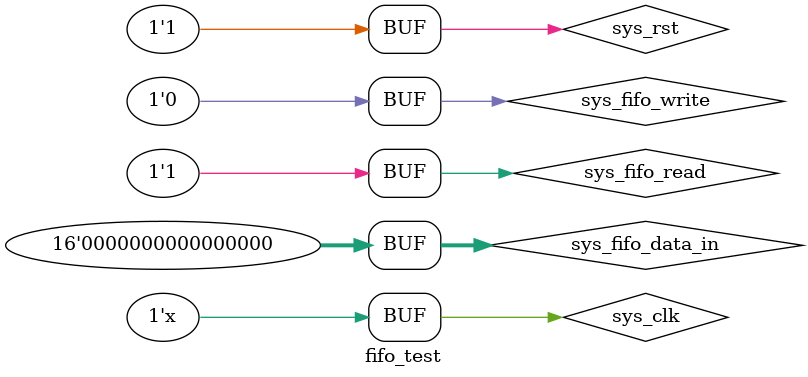
<source format=sv>
module fifo_test;

bit sys_fifo_full, sys_fifo_empty, sys_rst, sys_fifo_write, sys_fifo_read, sys_clk;
bit [15:0] sys_fifo_data_out, sys_fifo_data_in;

fifo #(16,16) fifo1 (.rst(sys_rst),.fifo_write(sys_fifo_write),.fifo_read(sys_fifo_read),.clk(sys_clk),.fifo_data_in(sys_fifo_data_in),.fifo_full(sys_fifo_full),.fifo_empty(sys_fifo_empty),.fifo_data_out(sys_fifo_data_out));

bind fifo fifo_property #(16,16) fifobound (.prst(rst), .pfifo_write(fifo_write), .pfifo_read(fifo_read), .pclk(clk), .pfifo_full(fifo_full), .pfifo_empty(fifo_empty), .pfifo_data_in(fifo_data_in), .pfifo_data_out(fifo_data_out), .pcnt(fifo.cnt), .pwr_ptr(fifo.wr_ptr), .prd_ptr(fifo.rd_ptr));

always #10 sys_clk = !sys_clk; 

initial
begin
    sys_rst = 1'b0;
    #5;  sys_fifo_data_in = 16'd10;
    #10; sys_rst = 1'b1; sys_fifo_read = 1'b1;
    #25; sys_fifo_read = 1'b0; sys_fifo_write = 1'b1;
    #10; sys_fifo_data_in = 16'd435;
    #15; sys_fifo_data_in = 16'd90;
    #20; sys_fifo_data_in = 16'd435;
    #20; sys_fifo_data_in = 16'd45;
    #20; sys_fifo_data_in = 16'd5;
    #20; sys_fifo_data_in = 16'd4435;
    #20; sys_fifo_data_in = 16'd1335;
    #20; sys_fifo_data_in = 16'd45535;
    #20; sys_fifo_data_in = 16'd5;
    #20; sys_fifo_data_in = 16'd0;
    #20; sys_fifo_data_in = 16'd10;
    #20; sys_fifo_data_in = 16'd100;
    #20; sys_fifo_data_in = 16'd2324;
    #20; sys_fifo_data_in = 16'd556;
    #20; sys_fifo_data_in = 16'd1415;
    #20; sys_fifo_data_in = 16'd20;
    #20; sys_fifo_data_in = 16'd0;
    #15; sys_fifo_read = 1'b1; 
    #20; sys_fifo_write = 1'b0;

    #200; sys_fifo_write = 1'b1;

    #20; sys_fifo_write = 1'b0;
    #40; sys_rst = 1'b0;
    #15; sys_rst = 1'b1;
end
endmodule
</source>
